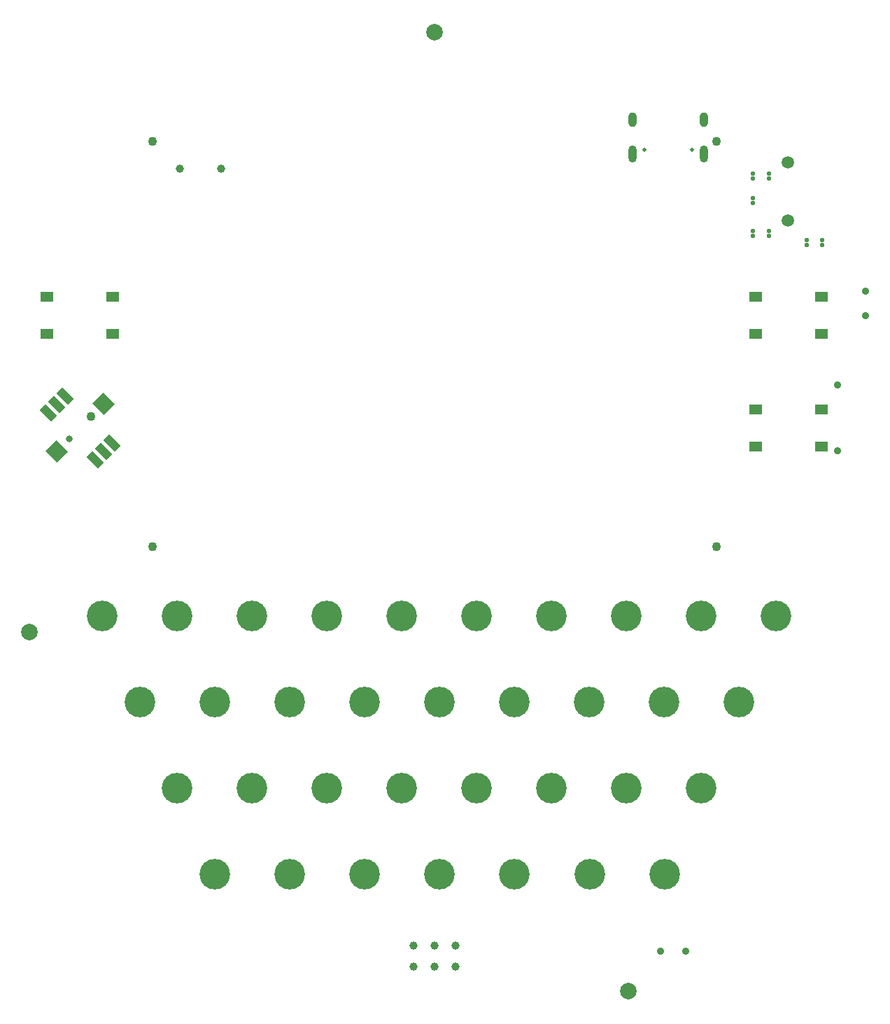
<source format=gbr>
G04 #@! TF.GenerationSoftware,KiCad,Pcbnew,7.99.0-1.20230226git51d46c0.fc37*
G04 #@! TF.CreationDate,2023-03-29T21:29:06+01:00*
G04 #@! TF.ProjectId,tr23-badge-r1,74723233-2d62-4616-9467-652d72312e6b,rev?*
G04 #@! TF.SameCoordinates,Original*
G04 #@! TF.FileFunction,Soldermask,Top*
G04 #@! TF.FilePolarity,Negative*
%FSLAX46Y46*%
G04 Gerber Fmt 4.6, Leading zero omitted, Abs format (unit mm)*
G04 Created by KiCad (PCBNEW 7.99.0-1.20230226git51d46c0.fc37) date 2023-03-29 21:29:06*
%MOMM*%
%LPD*%
G01*
G04 APERTURE LIST*
G04 Aperture macros list*
%AMRotRect*
0 Rectangle, with rotation*
0 The origin of the aperture is its center*
0 $1 length*
0 $2 width*
0 $3 Rotation angle, in degrees counterclockwise*
0 Add horizontal line*
21,1,$1,$2,0,0,$3*%
G04 Aperture macros list end*
%ADD10C,2.000000*%
%ADD11C,1.100000*%
%ADD12R,1.550000X1.300000*%
%ADD13C,0.800000*%
%ADD14RotRect,2.000000X1.000000X135.000000*%
%ADD15RotRect,2.000000X1.800000X135.000000*%
%ADD16O,1.000000X1.800000*%
%ADD17O,1.000000X2.100000*%
%ADD18C,0.500000*%
%ADD19C,0.900000*%
%ADD20C,1.000000*%
%ADD21C,0.550000*%
%ADD22C,1.500000*%
%ADD23C,3.700000*%
G04 APERTURE END LIST*
D10*
G04 #@! TO.C,FID1*
X-49000000Y68500000D03*
G04 #@! TD*
G04 #@! TO.C,FID2*
X0Y141000000D03*
G04 #@! TD*
G04 #@! TO.C,FID3*
X23500000Y25000000D03*
G04 #@! TD*
D11*
G04 #@! TO.C,DISP1*
X-34122500Y78795000D03*
X34127500Y78795000D03*
X-34122500Y127835000D03*
X34127500Y127835000D03*
G04 #@! TD*
D12*
G04 #@! TO.C,S4*
X-46852999Y108989999D03*
X-38892999Y108989999D03*
X-38892999Y104489999D03*
X-46852999Y104489999D03*
G04 #@! TD*
D13*
G04 #@! TO.C,S5*
X-44216503Y91821497D03*
D11*
X-41529497Y94508503D03*
D14*
X-41052198Y89328944D03*
X-40044572Y90336572D03*
X-39036945Y91344199D03*
X-46709053Y94985799D03*
X-45701426Y95993426D03*
X-44693799Y97001053D03*
D15*
X-45736781Y90301217D03*
X-40009216Y96028781D03*
G04 #@! TD*
D12*
G04 #@! TO.C,S6*
X38896999Y108989999D03*
X46856999Y108989999D03*
X46856999Y104489999D03*
X38896999Y104489999D03*
G04 #@! TD*
G04 #@! TO.C,S7*
X38896999Y95414999D03*
X46856999Y95414999D03*
X46856999Y90914999D03*
X38896999Y90914999D03*
G04 #@! TD*
D16*
G04 #@! TO.C,J2*
X32619999Y130449999D03*
D17*
X32619999Y126299999D03*
D16*
X23979999Y130449999D03*
D17*
X23979999Y126299999D03*
D18*
X31189999Y126800000D03*
X25410001Y126800000D03*
G04 #@! TD*
D19*
G04 #@! TO.C,S3*
X52150000Y109700000D03*
X52150000Y106700000D03*
G04 #@! TD*
G04 #@! TO.C,J7*
X48800000Y90350000D03*
X48800000Y98350000D03*
G04 #@! TD*
D20*
G04 #@! TO.C,J3*
X-30800000Y124550000D03*
X-25800000Y124550000D03*
G04 #@! TD*
D21*
G04 #@! TO.C,J5*
X40450000Y116350000D03*
X38550000Y116350000D03*
X40450000Y116950000D03*
X38550000Y116950000D03*
X46950000Y115250000D03*
X45050000Y115250000D03*
X46950000Y115850000D03*
X45050000Y115850000D03*
X40450000Y123350000D03*
X38550000Y123350000D03*
X40450000Y123950000D03*
X38550000Y123950000D03*
X38550000Y120350000D03*
X38550000Y120950000D03*
D22*
X42750000Y118250000D03*
X42750000Y125250000D03*
G04 #@! TD*
D23*
G04 #@! TO.C,SW5*
X32293000Y70405000D03*
G04 #@! TD*
G04 #@! TO.C,SW14*
X5105000Y49575000D03*
G04 #@! TD*
G04 #@! TO.C,SW12*
X14169000Y70405000D03*
G04 #@! TD*
D20*
G04 #@! TO.C,J6*
X-2533000Y28012000D03*
X-2533000Y30552000D03*
X7000Y28012000D03*
X7000Y30552000D03*
X2547000Y28012000D03*
X2547000Y30552000D03*
G04 #@! TD*
D23*
G04 #@! TO.C,SW16*
X575000Y59985000D03*
G04 #@! TD*
G04 #@! TO.C,SW32*
X9705000Y39165000D03*
G04 #@! TD*
G04 #@! TO.C,SW1*
X41355000Y70405000D03*
G04 #@! TD*
G04 #@! TO.C,SW28*
X-31143000Y49575000D03*
G04 #@! TD*
G04 #@! TO.C,SW21*
X-17481000Y39165000D03*
G04 #@! TD*
G04 #@! TO.C,SW26*
X-22079000Y70405000D03*
G04 #@! TD*
G04 #@! TO.C,SW18*
X-3955000Y70405000D03*
G04 #@! TD*
G04 #@! TO.C,SW29*
X-31141000Y70405000D03*
G04 #@! TD*
G04 #@! TO.C,SW34*
X-8419000Y39165000D03*
G04 #@! TD*
G04 #@! TO.C,SW31*
X-40203000Y70405000D03*
G04 #@! TD*
G04 #@! TO.C,SW8*
X18767000Y39165000D03*
G04 #@! TD*
G04 #@! TO.C,SW30*
X-35673000Y59985000D03*
G04 #@! TD*
G04 #@! TO.C,SW9*
X23231000Y70405000D03*
G04 #@! TD*
G04 #@! TO.C,SW20*
X-13019000Y49575000D03*
G04 #@! TD*
G04 #@! TO.C,SW7*
X23229000Y49575000D03*
G04 #@! TD*
G04 #@! TO.C,SW10*
X18699000Y59985000D03*
G04 #@! TD*
G04 #@! TO.C,SW27*
X-26611000Y59985000D03*
G04 #@! TD*
G04 #@! TO.C,SW2*
X36823000Y59985000D03*
G04 #@! TD*
G04 #@! TO.C,SW23*
X-17549000Y59985000D03*
G04 #@! TD*
G04 #@! TO.C,SW3*
X32291000Y49575000D03*
G04 #@! TD*
G04 #@! TO.C,SW13*
X9637000Y59985000D03*
G04 #@! TD*
G04 #@! TO.C,SW15*
X5107000Y70405000D03*
G04 #@! TD*
D19*
G04 #@! TO.C,S8*
X30400000Y29870000D03*
X27400000Y29870000D03*
G04 #@! TD*
D23*
G04 #@! TO.C,SW11*
X14167000Y49575000D03*
G04 #@! TD*
G04 #@! TO.C,SW17*
X-3957000Y49575000D03*
G04 #@! TD*
G04 #@! TO.C,SW4*
X27829000Y39165000D03*
G04 #@! TD*
G04 #@! TO.C,SW6*
X27761000Y59985000D03*
G04 #@! TD*
G04 #@! TO.C,SW33*
X643000Y39165000D03*
G04 #@! TD*
G04 #@! TO.C,SW24*
X-22081000Y49575000D03*
G04 #@! TD*
G04 #@! TO.C,SW25*
X-26543000Y39165000D03*
G04 #@! TD*
G04 #@! TO.C,SW19*
X-8487000Y59985000D03*
G04 #@! TD*
G04 #@! TO.C,SW22*
X-13017000Y70405000D03*
G04 #@! TD*
M02*

</source>
